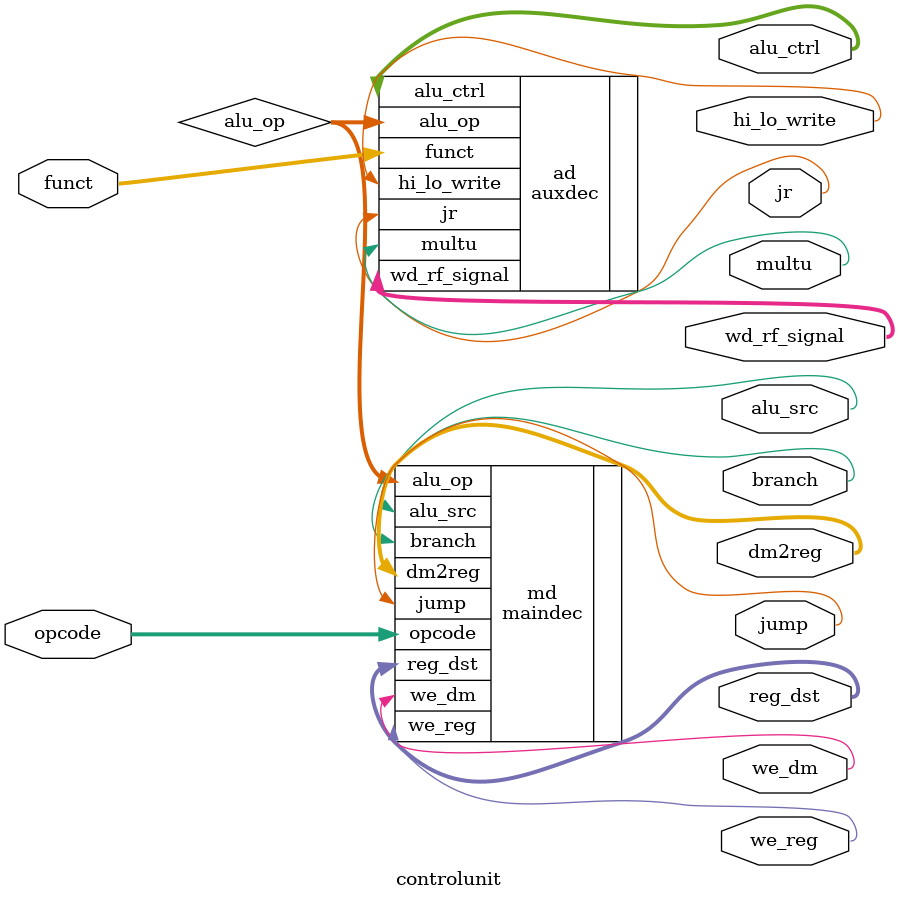
<source format=v>
module controlunit (
        input  wire [5:0]  opcode,
        input  wire [5:0]  funct,
        output wire        branch,
        output wire        jump,
        output wire        jr,
        output wire        multu,
        output wire [1:0]  wd_rf_signal,
        output wire        hi_lo_write,
        output wire [1:0]  reg_dst,
        output wire        we_reg,
        output wire        alu_src,
        output wire        we_dm,
        output wire [1:0]  dm2reg,
        output wire [2:0]  alu_ctrl
    );
    
    wire [1:0] alu_op;

    maindec md (
        .opcode         (opcode),
        .branch         (branch),
        .jump           (jump),
        .reg_dst        (reg_dst),
        .we_reg         (we_reg),
        .alu_src        (alu_src),
        .we_dm          (we_dm),
        .dm2reg         (dm2reg),
        .alu_op         (alu_op)
    );

    auxdec ad (
        .alu_op         (alu_op),
        .funct          (funct),
        .alu_ctrl       (alu_ctrl),
        .jr             (jr),
        .multu          (multu),
        .hi_lo_write    (hi_lo_write),
        .wd_rf_signal   (wd_rf_signal)
    );

endmodule
</source>
